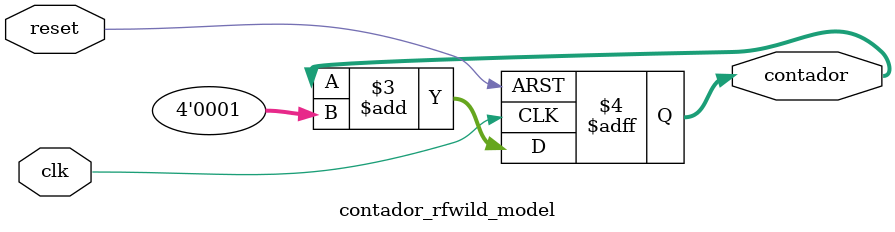
<source format=sv>
`timescale 1ps/1ps
module contador_rfwild_model(input clk,input reset, output logic [3:0] contador);

always_ff @(posedge clk or negedge reset)
  if (~reset)
    contador<=4'd0;
  else
    contador<=contador+4'd1;

endmodule 



</source>
